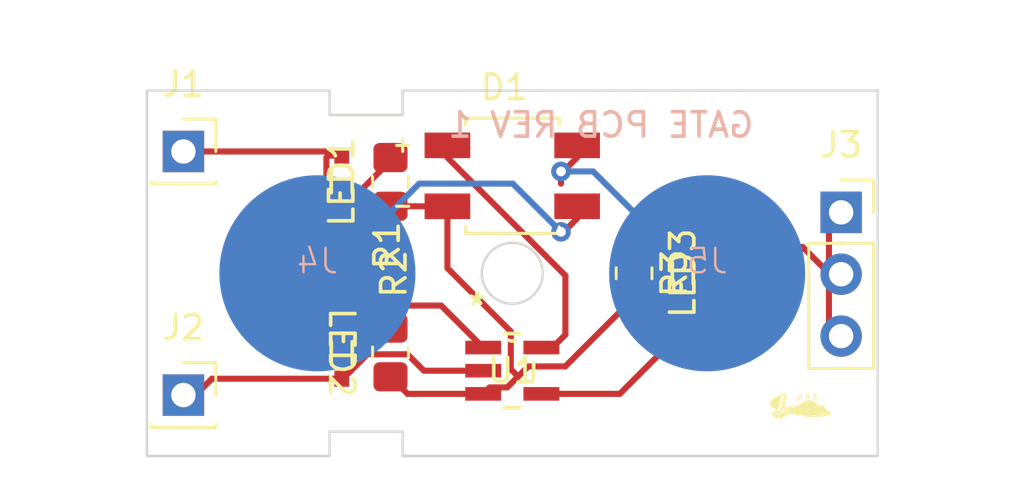
<source format=kicad_pcb>
(kicad_pcb (version 20221018) (generator pcbnew)
  (layers (0 "F.Cu" signal) (31 "B.Cu" signal) (34 "B.Paste" user) (35 "F.Paste" user) (36 "B.SilkS" user "B.Silkscreen") (37 "F.SilkS" user "F.Silkscreen") (38 "B.Mask" user) (39 "F.Mask" user) (44 "Edge.Cuts" user))
  (net 0 "")
  (net 1 "GND")
  (net 2 "VCC")
  (net 3 "Net-(LED1-Pad1)")
  (net 4 "Net-(LED2-Pad1)")
  (net 5 "Net-(LED3-Pad1)")
  (net 6 "Net-(J1-Pin_1)")
  (net 7 "Net-(J2-Pin_1)")
  (net 8 "Net-(J3-Pin_1)")
  (net 9 "Net-(J5-PWR)")
  (net 10 "Net-(J4-PWR)")
  (footprint "Resistor_SMD:R_0805_2012Metric_Pad1.20x1.40mm_HandSolder" (layer "F.Cu") (at 160 87.5 -90)
    (fp_text reference "R3" (at 0 -1.65 90) (layer "F.SilkS"))
    (fp_text value "4k")
    (pad "1" smd roundrect locked (at -1 0 270) (size 1.2 1.4) (layers "F.Cu" "F.Paste" "F.Mask") (roundrect_rratio 0.2083333333) (net 5 "Net-(LED3-Pad1)"))
    (pad "2" smd roundrect locked (at 1 0 270) (size 1.2 1.4) (layers "F.Cu" "F.Paste" "F.Mask") (roundrect_rratio 0.2083333333) (net 1 "GND"))
  )
  (footprint "DigitalLogicFootprints:LED_LTST-S220GKT_LTO" (layer "F.Cu") (at 148 83.75 90)
    (fp_text reference "LED1" (at 0 0 90 unlocked) (layer "F.SilkS"))
    (fp_text value "LTST-S220GKT")
    (pad "1" smd rect locked (at -1.0795 0 90) (size 0.6604 0.6096) (layers "F.Cu" "F.Paste" "F.Mask") (net 3 "Net-(LED1-Pad1)"))
    (pad "2" smd rect locked (at 1.0795 0 90) (size 0.6604 0.6096) (layers "F.Cu" "F.Paste" "F.Mask") (net 6 "Net-(J1-Pin_1)"))
  )
  (footprint "Resistor_SMD:R_0805_2012Metric_Pad1.20x1.40mm_HandSolder" (layer "F.Cu") (at 150 83.75 -90)
    (fp_text reference "R1" (at 2.61 0.14 90) (layer "F.SilkS"))
    (fp_text value "4k")
    (pad "1" smd roundrect (at -1 0 270) (size 1.2 1.4) (layers "F.Cu" "F.Paste" "F.Mask") (roundrect_rratio 0.2083333333) (net 3 "Net-(LED1-Pad1)"))
    (pad "2" smd roundrect (at 1 0 270) (size 1.2 1.4) (layers "F.Cu" "F.Paste" "F.Mask") (roundrect_rratio 0.2083333333) (net 1 "GND"))
  )
  (footprint "Resistor_SMD:R_0805_2012Metric_Pad1.20x1.40mm_HandSolder" (layer "F.Cu") (at 150 90.75 -90)
    (fp_text reference "R2" (at -3.23 -0.14 90) (layer "F.SilkS"))
    (fp_text value "4k")
    (pad "1" smd roundrect (at -1 0 270) (size 1.2 1.4) (layers "F.Cu" "F.Paste" "F.Mask") (roundrect_rratio 0.2083333333) (net 4 "Net-(LED2-Pad1)"))
    (pad "2" smd roundrect (at 1 0 270) (size 1.2 1.4) (layers "F.Cu" "F.Paste" "F.Mask") (roundrect_rratio 0.2083333333) (net 1 "GND"))
  )
  (footprint "DigitalLogicFootprints:LED_LTST-S220GKT_LTO" (layer "F.Cu") (at 148 90.75 -90)
    (fp_text reference "LED2" (at 0 0 -90 unlocked) (layer "F.SilkS"))
    (fp_text value "LTST-S220GKT")
    (pad "1" smd rect locked (at -1.0795 0 270) (size 0.6604 0.6096) (layers "F.Cu" "F.Paste" "F.Mask") (net 4 "Net-(LED2-Pad1)"))
    (pad "2" smd rect locked (at 1.0795 0 270) (size 0.6604 0.6096) (layers "F.Cu" "F.Paste" "F.Mask") (net 7 "Net-(J2-Pin_1)"))
  )
  (footprint "DigitalLogicFootprints:DBV5" (layer "F.Cu") (at 155 91.5)
    (fp_text reference "U1" (at 0 0 unlocked) (layer "F.SilkS"))
    (fp_text value "SN74LVC1G32DBVR")
    (fp_text user "*" (at -1.4478 -2.6518) (layer "F.SilkS"))
    (fp_text user "*" (at -1.4478 -2.6518 unlocked) (layer "F.SilkS"))
    (pad "1" smd rect (at -1.1938 -0.950001) (size 1.4732 0.5588) (layers "F.Cu" "F.Paste" "F.Mask") (net 6 "Net-(J1-Pin_1)"))
    (pad "2" smd rect (at -1.1938 0) (size 1.4732 0.5588) (layers "F.Cu" "F.Paste" "F.Mask") (net 7 "Net-(J2-Pin_1)"))
    (pad "3" smd rect (at -1.1938 0.950001) (size 1.4732 0.5588) (layers "F.Cu" "F.Paste" "F.Mask") (net 1 "GND"))
    (pad "4" smd rect (at 1.1938 0.950001) (size 1.4732 0.5588) (layers "F.Cu" "F.Paste" "F.Mask") (net 8 "Net-(J3-Pin_1)"))
    (pad "5" smd rect (at 1.1938 -0.950001) (size 1.4732 0.5588) (layers "F.Cu" "F.Paste" "F.Mask") (net 2 "VCC"))
  )
  (footprint "Connector_PinSocket_2.54mm:PinSocket_1x01_P2.54mm_Vertical" (layer "F.Cu") (at 141.5 82.5)
    (fp_text reference "J1" (at 0 -2.77) (layer "F.SilkS"))
    (fp_text value "Conn_01x01_Socket")
    (pad "1" thru_hole rect (at 0 0) (size 1.7 1.7) (drill 1) (layers "*.Cu" "*.Mask") (net 6 "Net-(J1-Pin_1)"))
  )
  (footprint "DigitalLogicFootprints:LED_LTST-S220GKT_LTO" (layer "F.Cu") (at 162 87.5 90)
    (fp_text reference "LED3" (at 0 0 90 unlocked) (layer "F.SilkS"))
    (fp_text value "LTST-S220GKT")
    (pad "1" smd rect locked (at -1.0795 0 90) (size 0.6604 0.6096) (layers "F.Cu" "F.Paste" "F.Mask") (net 5 "Net-(LED3-Pad1)"))
    (pad "2" smd rect locked (at 1.0795 0 90) (size 0.6604 0.6096) (layers "F.Cu" "F.Paste" "F.Mask") (net 8 "Net-(J3-Pin_1)"))
  )
  (footprint "Connector_PinSocket_2.54mm:PinSocket_1x01_P2.54mm_Vertical" (layer "F.Cu") (at 141.5 92.5)
    (fp_text reference "J2" (at 0 -2.77) (layer "F.SilkS"))
    (fp_text value "Conn_01x01_Socket")
    (pad "1" thru_hole rect (at 0 0) (size 1.7 1.7) (drill 1) (layers "*.Cu" "*.Mask") (net 7 "Net-(J2-Pin_1)"))
  )
  (footprint "Connector_PinSocket_2.54mm:PinSocket_1x03_P2.54mm_Vertical" (layer "F.Cu") (at 168.5 85)
    (fp_text reference "J3" (at 0 -2.77) (layer "F.SilkS"))
    (fp_text value "Conn_01x03_Socket")
    (pad "1" thru_hole rect (at 0 0) (size 1.7 1.7) (drill 1) (layers "*.Cu" "*.Mask") (net 8 "Net-(J3-Pin_1)"))
    (pad "2" thru_hole oval (at 0 2.54) (size 1.7 1.7) (drill 1) (layers "*.Cu" "*.Mask") (net 8 "Net-(J3-Pin_1)"))
    (pad "3" thru_hole oval (at 0 5.08) (size 1.7 1.7) (drill 1) (layers "*.Cu" "*.Mask") (net 8 "Net-(J3-Pin_1)"))
  )
  (footprint "DigitalLogicFootprints:DIOB_MB10F-13" (layer "F.Cu") (at 155 83.5)
    (fp_text reference "D1" (at -0.325 -3.635) (layer "F.SilkS"))
    (fp_text value "MB10F-13")
    (pad "1" smd rect (at -2.6625 -1.25) (size 1.875 1.05) (layers "F.Cu" "F.Paste" "F.Mask") (net 2 "VCC"))
    (pad "2" smd rect (at 2.6625 -1.25 180) (size 1.875 1.05) (layers "F.Cu" "F.Paste" "F.Mask") (net 9 "Net-(J5-PWR)"))
    (pad "3" smd rect (at -2.6625 1.25) (size 1.875 1.05) (layers "F.Cu" "F.Paste" "F.Mask") (net 1 "GND"))
    (pad "4" smd rect (at 2.6625 1.25 180) (size 1.875 1.05) (layers "F.Cu" "F.Paste" "F.Mask") (net 10 "Net-(J4-PWR)"))
  )
  (footprint "DigitalLogicFootprints:HBBLogo" (layer "F.Cu") (at 167 93)
    (fp_text reference "G***" hide)
    (fp_text value "LOGO" hide)
  )
  (footprint "DigitalLogicFootprints:8mm-snap" (layer "B.Cu") (at 147 87.5 180)
    (fp_text reference "J4" (at 0 0.5 unlocked) (layer "B.SilkS") (effects (font (thickness 0.1)) (justify mirror)))
    (fp_text value "~")
    (pad "1" smd circle locked (at 0 0 180) (size 8.05 8.05) (layers "B.Cu" "B.Paste" "B.Mask") (net 10 "Net-(J4-PWR)"))
  )
  (footprint "DigitalLogicFootprints:8mm-snap" (layer "B.Cu") (at 163 87.5 180)
    (fp_text reference "J5" (at 0 0.5 unlocked) (layer "B.SilkS") (effects (font (thickness 0.1)) (justify mirror)))
    (fp_text value "~")
    (pad "1" smd circle locked (at 0 0 180) (size 8.05 8.05) (layers "B.Cu" "B.Paste" "B.Mask") (net 9 "Net-(J5-PWR)"))
  )
  (gr_poly (pts (xy 140 95) (xy 140 80) (xy 147.5 80) (xy 147.5 81) (xy 150.5 81) (xy 150.5 80) (xy 170 80) (xy 170 95) (xy 150.5 95) (xy 150.5 94) (xy 147.5 94) (xy 147.5 95)) (stroke (width 0.1)) (fill none) (layer "Edge.Cuts"))
  (gr_circle (center 155 87.5) (end 156.25 87.5) (stroke (width 0.1)) (fill none) (layer "Edge.Cuts"))
  (gr_text "GATE PCB REV 1" (at 165 82) (layer "B.SilkS") (effects (font (size 1 1)) (justify left bottom mirror)))
  (segment (start 155.653749 91.324052) (end 157.175948 91.324052) (width 0.25) (layer "F.Cu") (net 1))
  (segment (start 150.700001 92.450001) (end 153.8062 92.450001) (width 0.25) (layer "F.Cu") (net 1))
  (segment (start 155.238901 91.738901) (end 155.653749 91.324052) (width 0.25) (layer "F.Cu") (net 1))
  (segment (start 154.0712 92.185001) (end 153.8062 92.450001) (width 0.25) (layer "F.Cu") (net 1))
  (segment (start 154.94 91.44) (end 155.238901 91.738901) (width 0.25) (layer "F.Cu") (net 1))
  (segment (start 150 84.75) (end 151.8375 84.75) (width 0.25) (layer "F.Cu") (net 1))
  (segment (start 150 91.75) (end 150 91.620722) (width 0.25) (layer "F.Cu") (net 1))
  (segment (start 154.94 89.891499) (end 154.94 91.44) (width 0.25) (layer "F.Cu") (net 1))
  (segment (start 152.3375 85.25) (end 152.3375 87.288999) (width 0.25) (layer "F.Cu") (net 1))
  (segment (start 152.3375 87.288999) (end 154.94 89.891499) (width 0.25) (layer "F.Cu") (net 1))
  (segment (start 150 91.75) (end 150.700001 92.450001) (width 0.25) (layer "F.Cu") (net 1))
  (segment (start 151.8375 84.75) (end 152.3375 85.25) (width 0.25) (layer "F.Cu") (net 1))
  (segment (start 160 88.5) (end 160 88.370722) (width 0.25) (layer "F.Cu") (net 1))
  (segment (start 157.175948 91.324052) (end 160 88.5) (width 0.25) (layer "F.Cu") (net 1))
  (segment (start 154.7928 92.185001) (end 155.238901 91.738901) (width 0.25) (layer "F.Cu") (net 1))
  (segment (start 154.7928 92.185001) (end 154.0712 92.185001) (width 0.25) (layer "F.Cu") (net 1))
  (segment (start 157.1804 87.5929) (end 157.1804 90.020599) (width 0.25) (layer "F.Cu") (net 2))
  (segment (start 156.651 90.549999) (end 156.1938 90.549999) (width 0.25) (layer "F.Cu") (net 2))
  (segment (start 157.1804 90.020599) (end 156.651 90.549999) (width 0.25) (layer "F.Cu") (net 2))
  (segment (start 152.3375 82.75) (end 157.1804 87.5929) (width 0.25) (layer "F.Cu") (net 2))
  (segment (start 148.049778 84.8295) (end 150 82.879278) (width 0.25) (layer "F.Cu") (net 3))
  (segment (start 150 82.879278) (end 150 82.75) (width 0.25) (layer "F.Cu") (net 3))
  (segment (start 148 84.8295) (end 148.049778 84.8295) (width 0.25) (layer "F.Cu") (net 3))
  (segment (start 149.9205 89.6705) (end 150 89.75) (width 0.25) (layer "F.Cu") (net 4))
  (segment (start 148 89.6705) (end 149.9205 89.6705) (width 0.25) (layer "F.Cu") (net 4))
  (segment (start 161.950222 88.5795) (end 162 88.5795) (width 0.25) (layer "F.Cu") (net 5))
  (segment (start 160 86.5) (end 160 86.629278) (width 0.25) (layer "F.Cu") (net 5))
  (segment (start 160 86.629278) (end 161.950222 88.5795) (width 0.25) (layer "F.Cu") (net 5))
  (segment (start 148 82.6705) (end 147.4452 82.6705) (width 0.25) (layer "F.Cu") (net 6))
  (segment (start 147.3702 82.7455) (end 147.3702 86.3352) (width 0.25) (layer "F.Cu") (net 6))
  (segment (start 147.4452 82.6705) (end 147.3702 82.7455) (width 0.25) (layer "F.Cu") (net 6))
  (segment (start 147.3702 86.3352) (end 149.86 88.825) (width 0.25) (layer "F.Cu") (net 6))
  (segment (start 147.8295 82.5) (end 148 82.6705) (width 0.25) (layer "F.Cu") (net 6))
  (segment (start 142 82.5) (end 147.8295 82.5) (width 0.25) (layer "F.Cu") (net 6))
  (segment (start 153.942595 90.500001) (end 153.8062 90.500001) (width 0.25) (layer "F.Cu") (net 6))
  (segment (start 149.86 88.825) (end 152.081201 88.825) (width 0.25) (layer "F.Cu") (net 6))
  (segment (start 152.081201 88.825) (end 153.8062 90.549999) (width 0.25) (layer "F.Cu") (net 6))
  (segment (start 149.054 90.825) (end 148.0495 91.8295) (width 0.25) (layer "F.Cu") (net 7))
  (segment (start 148.0495 91.8295) (end 148 91.8295) (width 0.25) (layer "F.Cu") (net 7))
  (segment (start 153.8062 91.5) (end 151.3701 91.5) (width 0.25) (layer "F.Cu") (net 7))
  (segment (start 150.6951 90.825) (end 149.054 90.825) (width 0.25) (layer "F.Cu") (net 7))
  (segment (start 151.3701 91.5) (end 150.6951 90.825) (width 0.25) (layer "F.Cu") (net 7))
  (segment (start 142.6705 91.8295) (end 142 92.5) (width 0.25) (layer "F.Cu") (net 7))
  (segment (start 148 91.8295) (end 142.6705 91.8295) (width 0.25) (layer "F.Cu") (net 7))
  (segment (start 156.1938 92.450001) (end 159.414499 92.450001) (width 0.25) (layer "F.Cu") (net 8))
  (segment (start 162 86.4205) (end 162.5548 86.4205) (width 0.25) (layer "F.Cu") (net 8))
  (segment (start 166.9205 86.4205) (end 168 87.5) (width 0.25) (layer "F.Cu") (net 8))
  (segment (start 162 86.4205) (end 166.9205 86.4205) (width 0.25) (layer "F.Cu") (net 8))
  (segment (start 162.0795 86.5) (end 162 86.4205) (width 0.25) (layer "F.Cu") (net 8))
  (segment (start 162.6298 86.4955) (end 162.5548 86.4205) (width 0.25) (layer "F.Cu") (net 8))
  (segment (start 168 84.96) (end 168 87.5) (width 0.25) (layer "F.Cu") (net 8))
  (segment (start 168 87.5) (end 168 90.04) (width 0.25) (layer "F.Cu") (net 8))
  (segment (start 162.6298 89.2347) (end 162.6298 86.4955) (width 0.25) (layer "F.Cu") (net 8))
  (segment (start 159.414499 92.450001) (end 162.6298 89.2347) (width 0.25) (layer "F.Cu") (net 8))
  (segment (start 161.950222 86.4205) (end 162 86.4205) (width 0.25) (layer "F.Cu") (net 8))
  (segment (start 157 83.82) (end 157 83.4125) (width 0.25) (layer "F.Cu") (net 9))
  (segment (start 157 83.4125) (end 157.6625 82.75) (width 0.25) (layer "F.Cu") (net 9))
  (via (at 157 83.32) (size 0.8) (drill 0.4) (layers "F.Cu" "B.Cu") (net 9))
  (segment (start 157 83.32) (end 158.32 83.32) (width 0.25) (layer "B.Cu") (net 9))
  (segment (start 158.32 83.32) (end 162.5 87.5) (width 0.25) (layer "B.Cu") (net 9))
  (segment (start 157 85.9125) (end 157.6625 85.25) (width 0.25) (layer "F.Cu") (net 10))
  (via (at 157 85.8) (size 0.8) (drill 0.4) (layers "F.Cu" "B.Cu") (net 10))
  (segment (start 155.02 83.82) (end 151.18 83.82) (width 0.25) (layer "B.Cu") (net 10))
  (segment (start 157 85.8) (end 155.02 83.82) (width 0.25) (layer "B.Cu") (net 10))
  (segment (start 151.18 83.82) (end 147.5 87.5) (width 0.25) (layer "B.Cu") (net 10))
  (segment (start 149.365 85.635) (end 147.5 87.5) (width 0.25) (layer "B.Cu") (net 10))
)
</source>
